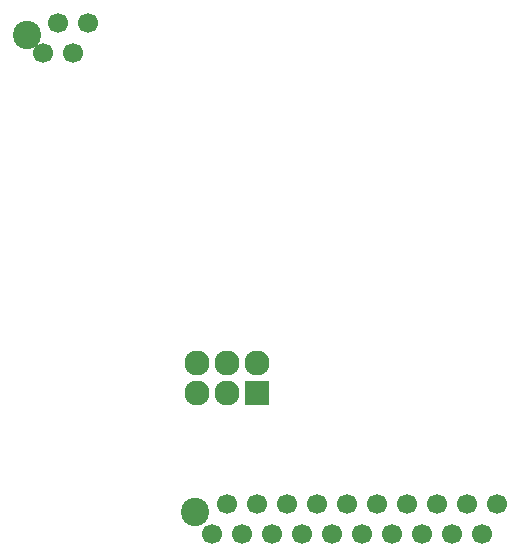
<source format=gbr>
G04 #@! TF.FileFunction,Soldermask,Bot*
%FSLAX46Y46*%
G04 Gerber Fmt 4.6, Leading zero omitted, Abs format (unit mm)*
G04 Created by KiCad (PCBNEW 4.0.7-e2-6376~58~ubuntu16.04.1) date Sun Feb 11 11:03:39 2018*
%MOMM*%
%LPD*%
G01*
G04 APERTURE LIST*
%ADD10C,0.100000*%
%ADD11R,2.127200X2.127200*%
%ADD12O,2.127200X2.127200*%
%ADD13C,1.700000*%
%ADD14C,2.400000*%
G04 APERTURE END LIST*
D10*
D11*
X119380000Y-79438500D03*
D12*
X119380000Y-76898500D03*
X116840000Y-79438500D03*
X116840000Y-76898500D03*
X114300000Y-79438500D03*
X114300000Y-76898500D03*
D13*
X120650000Y-91376500D03*
X118110000Y-91376500D03*
X115570000Y-91376500D03*
X123190000Y-91376500D03*
X116840000Y-88836500D03*
X119380000Y-88836500D03*
X121920000Y-88836500D03*
X124460000Y-88836500D03*
X125730000Y-91376500D03*
X127000000Y-88836500D03*
X128270000Y-91376500D03*
X129540000Y-88836500D03*
X130810000Y-91376500D03*
X132080000Y-88836500D03*
X133350000Y-91376500D03*
X134620000Y-88836500D03*
X135890000Y-91376500D03*
X137160000Y-88836500D03*
X138430000Y-91376500D03*
X139700000Y-88836500D03*
D14*
X114170000Y-89576500D03*
D13*
X103822500Y-50673000D03*
X101282500Y-50673000D03*
X102552500Y-48133000D03*
X105092500Y-48133000D03*
D14*
X99882500Y-49173000D03*
M02*

</source>
